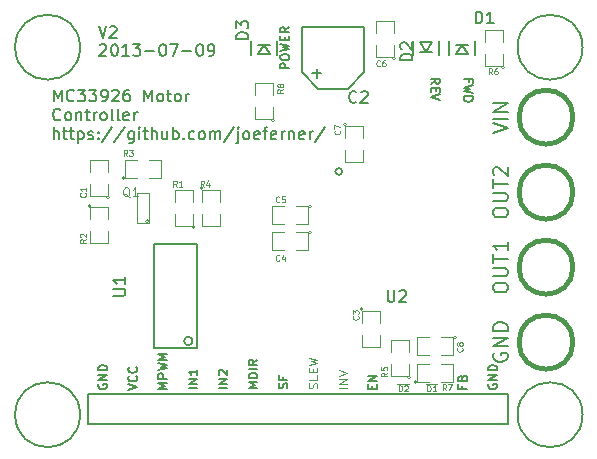
<source format=gto>
G04 (created by PCBNEW (2013-mar-13)-testing) date Tue 09 Jul 2013 08:38:35 AM EDT*
%MOIN*%
G04 Gerber Fmt 3.4, Leading zero omitted, Abs format*
%FSLAX34Y34*%
G01*
G70*
G90*
G04 APERTURE LIST*
%ADD10C,0.005906*%
%ADD11C,0.004921*%
%ADD12C,0.007874*%
%ADD13C,0.003900*%
%ADD14C,0.015000*%
%ADD15C,0.003100*%
%ADD16C,0.004300*%
%ADD17C,0.004700*%
G04 APERTURE END LIST*
G54D10*
G54D11*
X59383Y-58279D02*
X59088Y-58279D01*
X59383Y-58139D02*
X59088Y-58139D01*
X59383Y-57970D01*
X59088Y-57970D01*
X59088Y-57871D02*
X59383Y-57773D01*
X59088Y-57675D01*
X58369Y-58293D02*
X58383Y-58251D01*
X58383Y-58181D01*
X58369Y-58153D01*
X58355Y-58139D01*
X58327Y-58125D01*
X58299Y-58125D01*
X58271Y-58139D01*
X58257Y-58153D01*
X58242Y-58181D01*
X58228Y-58237D01*
X58214Y-58265D01*
X58200Y-58279D01*
X58172Y-58293D01*
X58144Y-58293D01*
X58116Y-58279D01*
X58102Y-58265D01*
X58088Y-58237D01*
X58088Y-58167D01*
X58102Y-58125D01*
X58383Y-57857D02*
X58383Y-57998D01*
X58088Y-57998D01*
X58228Y-57759D02*
X58228Y-57661D01*
X58383Y-57618D02*
X58383Y-57759D01*
X58088Y-57759D01*
X58088Y-57618D01*
X58088Y-57520D02*
X58383Y-57450D01*
X58172Y-57393D01*
X58383Y-57337D01*
X58088Y-57267D01*
G54D10*
X51090Y-58145D02*
X51076Y-58174D01*
X51076Y-58216D01*
X51090Y-58258D01*
X51118Y-58286D01*
X51146Y-58300D01*
X51202Y-58314D01*
X51244Y-58314D01*
X51301Y-58300D01*
X51329Y-58286D01*
X51357Y-58258D01*
X51371Y-58216D01*
X51371Y-58188D01*
X51357Y-58145D01*
X51343Y-58131D01*
X51244Y-58131D01*
X51244Y-58188D01*
X51371Y-58005D02*
X51076Y-58005D01*
X51371Y-57836D01*
X51076Y-57836D01*
X51371Y-57695D02*
X51076Y-57695D01*
X51076Y-57625D01*
X51090Y-57583D01*
X51118Y-57555D01*
X51146Y-57541D01*
X51202Y-57527D01*
X51244Y-57527D01*
X51301Y-57541D01*
X51329Y-57555D01*
X51357Y-57583D01*
X51371Y-57625D01*
X51371Y-57695D01*
X52076Y-58342D02*
X52371Y-58244D01*
X52076Y-58145D01*
X52343Y-57878D02*
X52357Y-57892D01*
X52371Y-57934D01*
X52371Y-57963D01*
X52357Y-58005D01*
X52329Y-58033D01*
X52301Y-58047D01*
X52244Y-58061D01*
X52202Y-58061D01*
X52146Y-58047D01*
X52118Y-58033D01*
X52090Y-58005D01*
X52076Y-57963D01*
X52076Y-57934D01*
X52090Y-57892D01*
X52104Y-57878D01*
X52343Y-57583D02*
X52357Y-57597D01*
X52371Y-57639D01*
X52371Y-57667D01*
X52357Y-57710D01*
X52329Y-57738D01*
X52301Y-57752D01*
X52244Y-57766D01*
X52202Y-57766D01*
X52146Y-57752D01*
X52118Y-57738D01*
X52090Y-57710D01*
X52076Y-57667D01*
X52076Y-57639D01*
X52090Y-57597D01*
X52104Y-57583D01*
X53371Y-58300D02*
X53076Y-58300D01*
X53287Y-58202D01*
X53076Y-58103D01*
X53371Y-58103D01*
X53371Y-57963D02*
X53076Y-57963D01*
X53076Y-57850D01*
X53090Y-57822D01*
X53104Y-57808D01*
X53132Y-57794D01*
X53174Y-57794D01*
X53202Y-57808D01*
X53216Y-57822D01*
X53230Y-57850D01*
X53230Y-57963D01*
X53076Y-57695D02*
X53371Y-57625D01*
X53160Y-57569D01*
X53371Y-57513D01*
X53076Y-57442D01*
X53371Y-57330D02*
X53076Y-57330D01*
X53287Y-57231D01*
X53076Y-57133D01*
X53371Y-57133D01*
X56383Y-58279D02*
X56088Y-58279D01*
X56299Y-58181D01*
X56088Y-58082D01*
X56383Y-58082D01*
X56383Y-57942D02*
X56088Y-57942D01*
X56088Y-57871D01*
X56102Y-57829D01*
X56130Y-57801D01*
X56158Y-57787D01*
X56214Y-57773D01*
X56257Y-57773D01*
X56313Y-57787D01*
X56341Y-57801D01*
X56369Y-57829D01*
X56383Y-57871D01*
X56383Y-57942D01*
X56383Y-57646D02*
X56088Y-57646D01*
X56383Y-57337D02*
X56242Y-57436D01*
X56383Y-57506D02*
X56088Y-57506D01*
X56088Y-57393D01*
X56102Y-57365D01*
X56116Y-57351D01*
X56144Y-57337D01*
X56186Y-57337D01*
X56214Y-57351D01*
X56228Y-57365D01*
X56242Y-57393D01*
X56242Y-57506D01*
X57369Y-58293D02*
X57383Y-58251D01*
X57383Y-58181D01*
X57369Y-58153D01*
X57355Y-58139D01*
X57327Y-58125D01*
X57299Y-58125D01*
X57271Y-58139D01*
X57257Y-58153D01*
X57242Y-58181D01*
X57228Y-58237D01*
X57214Y-58265D01*
X57200Y-58279D01*
X57172Y-58293D01*
X57144Y-58293D01*
X57116Y-58279D01*
X57102Y-58265D01*
X57088Y-58237D01*
X57088Y-58167D01*
X57102Y-58125D01*
X57228Y-57900D02*
X57228Y-57998D01*
X57383Y-57998D02*
X57088Y-57998D01*
X57088Y-57857D01*
X54383Y-58279D02*
X54088Y-58279D01*
X54383Y-58139D02*
X54088Y-58139D01*
X54383Y-57970D01*
X54088Y-57970D01*
X54383Y-57675D02*
X54383Y-57843D01*
X54383Y-57759D02*
X54088Y-57759D01*
X54130Y-57787D01*
X54158Y-57815D01*
X54172Y-57843D01*
X55383Y-58279D02*
X55088Y-58279D01*
X55383Y-58139D02*
X55088Y-58139D01*
X55383Y-57970D01*
X55088Y-57970D01*
X55116Y-57843D02*
X55102Y-57829D01*
X55088Y-57801D01*
X55088Y-57731D01*
X55102Y-57703D01*
X55116Y-57689D01*
X55144Y-57675D01*
X55172Y-57675D01*
X55214Y-57689D01*
X55383Y-57857D01*
X55383Y-57675D01*
G54D11*
X61096Y-58389D02*
X61096Y-58192D01*
X61143Y-58192D01*
X61171Y-58201D01*
X61190Y-58220D01*
X61199Y-58239D01*
X61209Y-58276D01*
X61209Y-58304D01*
X61199Y-58342D01*
X61190Y-58360D01*
X61171Y-58379D01*
X61143Y-58389D01*
X61096Y-58389D01*
X61284Y-58210D02*
X61293Y-58201D01*
X61312Y-58192D01*
X61359Y-58192D01*
X61378Y-58201D01*
X61387Y-58210D01*
X61396Y-58229D01*
X61396Y-58248D01*
X61387Y-58276D01*
X61274Y-58389D01*
X61396Y-58389D01*
X61050Y-58158D02*
X61434Y-58158D01*
X62046Y-58389D02*
X62046Y-58192D01*
X62093Y-58192D01*
X62121Y-58201D01*
X62140Y-58220D01*
X62149Y-58239D01*
X62159Y-58276D01*
X62159Y-58304D01*
X62149Y-58342D01*
X62140Y-58360D01*
X62121Y-58379D01*
X62093Y-58389D01*
X62046Y-58389D01*
X62346Y-58389D02*
X62234Y-58389D01*
X62290Y-58389D02*
X62290Y-58192D01*
X62271Y-58220D01*
X62253Y-58239D01*
X62234Y-58248D01*
X62000Y-58158D02*
X62384Y-58158D01*
G54D10*
X60216Y-58300D02*
X60216Y-58202D01*
X60371Y-58159D02*
X60371Y-58300D01*
X60076Y-58300D01*
X60076Y-58159D01*
X60371Y-58033D02*
X60076Y-58033D01*
X60371Y-57864D01*
X60076Y-57864D01*
X63216Y-58202D02*
X63216Y-58300D01*
X63371Y-58300D02*
X63076Y-58300D01*
X63076Y-58159D01*
X63216Y-57949D02*
X63230Y-57906D01*
X63244Y-57892D01*
X63272Y-57878D01*
X63315Y-57878D01*
X63343Y-57892D01*
X63357Y-57906D01*
X63371Y-57934D01*
X63371Y-58047D01*
X63076Y-58047D01*
X63076Y-57949D01*
X63090Y-57920D01*
X63104Y-57906D01*
X63132Y-57892D01*
X63160Y-57892D01*
X63188Y-57906D01*
X63202Y-57920D01*
X63216Y-57949D01*
X63216Y-58047D01*
X64090Y-58145D02*
X64076Y-58174D01*
X64076Y-58216D01*
X64090Y-58258D01*
X64118Y-58286D01*
X64146Y-58300D01*
X64202Y-58314D01*
X64244Y-58314D01*
X64301Y-58300D01*
X64329Y-58286D01*
X64357Y-58258D01*
X64371Y-58216D01*
X64371Y-58188D01*
X64357Y-58145D01*
X64343Y-58131D01*
X64244Y-58131D01*
X64244Y-58188D01*
X64371Y-58005D02*
X64076Y-58005D01*
X64371Y-57836D01*
X64076Y-57836D01*
X64371Y-57695D02*
X64076Y-57695D01*
X64076Y-57625D01*
X64090Y-57583D01*
X64118Y-57555D01*
X64146Y-57541D01*
X64202Y-57527D01*
X64244Y-57527D01*
X64301Y-57541D01*
X64329Y-57555D01*
X64357Y-57583D01*
X64371Y-57625D01*
X64371Y-57695D01*
G54D12*
X64230Y-52476D02*
X64230Y-52382D01*
X64253Y-52335D01*
X64300Y-52288D01*
X64394Y-52265D01*
X64558Y-52265D01*
X64652Y-52288D01*
X64699Y-52335D01*
X64722Y-52382D01*
X64722Y-52476D01*
X64699Y-52523D01*
X64652Y-52570D01*
X64558Y-52593D01*
X64394Y-52593D01*
X64300Y-52570D01*
X64253Y-52523D01*
X64230Y-52476D01*
X64230Y-52054D02*
X64628Y-52054D01*
X64675Y-52031D01*
X64699Y-52007D01*
X64722Y-51960D01*
X64722Y-51867D01*
X64699Y-51820D01*
X64675Y-51796D01*
X64628Y-51773D01*
X64230Y-51773D01*
X64230Y-51609D02*
X64230Y-51328D01*
X64722Y-51468D02*
X64230Y-51468D01*
X64277Y-51187D02*
X64253Y-51164D01*
X64230Y-51117D01*
X64230Y-51000D01*
X64253Y-50953D01*
X64277Y-50929D01*
X64324Y-50906D01*
X64371Y-50906D01*
X64441Y-50929D01*
X64722Y-51211D01*
X64722Y-50906D01*
X64253Y-57124D02*
X64230Y-57171D01*
X64230Y-57242D01*
X64253Y-57312D01*
X64300Y-57359D01*
X64347Y-57382D01*
X64441Y-57406D01*
X64511Y-57406D01*
X64605Y-57382D01*
X64652Y-57359D01*
X64699Y-57312D01*
X64722Y-57242D01*
X64722Y-57195D01*
X64699Y-57124D01*
X64675Y-57101D01*
X64511Y-57101D01*
X64511Y-57195D01*
X64722Y-56890D02*
X64230Y-56890D01*
X64722Y-56609D01*
X64230Y-56609D01*
X64722Y-56375D02*
X64230Y-56375D01*
X64230Y-56257D01*
X64253Y-56187D01*
X64300Y-56140D01*
X64347Y-56117D01*
X64441Y-56093D01*
X64511Y-56093D01*
X64605Y-56117D01*
X64652Y-56140D01*
X64699Y-56187D01*
X64722Y-56257D01*
X64722Y-56375D01*
X64230Y-54976D02*
X64230Y-54882D01*
X64253Y-54835D01*
X64300Y-54788D01*
X64394Y-54765D01*
X64558Y-54765D01*
X64652Y-54788D01*
X64699Y-54835D01*
X64722Y-54882D01*
X64722Y-54976D01*
X64699Y-55023D01*
X64652Y-55070D01*
X64558Y-55093D01*
X64394Y-55093D01*
X64300Y-55070D01*
X64253Y-55023D01*
X64230Y-54976D01*
X64230Y-54554D02*
X64628Y-54554D01*
X64675Y-54531D01*
X64699Y-54507D01*
X64722Y-54460D01*
X64722Y-54367D01*
X64699Y-54320D01*
X64675Y-54296D01*
X64628Y-54273D01*
X64230Y-54273D01*
X64230Y-54109D02*
X64230Y-53828D01*
X64722Y-53968D02*
X64230Y-53968D01*
X64722Y-53406D02*
X64722Y-53687D01*
X64722Y-53546D02*
X64230Y-53546D01*
X64300Y-53593D01*
X64347Y-53640D01*
X64371Y-53687D01*
X64230Y-49788D02*
X64722Y-49624D01*
X64230Y-49460D01*
X64722Y-49296D02*
X64230Y-49296D01*
X64722Y-49062D02*
X64230Y-49062D01*
X64722Y-48781D01*
X64230Y-48781D01*
G54D10*
X63421Y-48068D02*
X63421Y-47970D01*
X63266Y-47970D02*
X63561Y-47970D01*
X63561Y-48110D01*
X63561Y-48195D02*
X63266Y-48265D01*
X63477Y-48321D01*
X63266Y-48378D01*
X63561Y-48448D01*
X63266Y-48560D02*
X63561Y-48560D01*
X63561Y-48631D01*
X63547Y-48673D01*
X63519Y-48701D01*
X63491Y-48715D01*
X63435Y-48729D01*
X63392Y-48729D01*
X63336Y-48715D01*
X63308Y-48701D01*
X63280Y-48673D01*
X63266Y-48631D01*
X63266Y-48560D01*
X62166Y-48139D02*
X62307Y-48040D01*
X62166Y-47970D02*
X62461Y-47970D01*
X62461Y-48082D01*
X62447Y-48110D01*
X62433Y-48124D01*
X62405Y-48139D01*
X62363Y-48139D01*
X62335Y-48124D01*
X62321Y-48110D01*
X62307Y-48082D01*
X62307Y-47970D01*
X62321Y-48265D02*
X62321Y-48364D01*
X62166Y-48406D02*
X62166Y-48265D01*
X62461Y-48265D01*
X62461Y-48406D01*
X62461Y-48490D02*
X62166Y-48588D01*
X62461Y-48687D01*
X57444Y-47626D02*
X57149Y-47626D01*
X57149Y-47514D01*
X57163Y-47485D01*
X57177Y-47471D01*
X57205Y-47457D01*
X57247Y-47457D01*
X57275Y-47471D01*
X57289Y-47485D01*
X57303Y-47514D01*
X57303Y-47626D01*
X57149Y-47275D02*
X57149Y-47218D01*
X57163Y-47190D01*
X57191Y-47162D01*
X57247Y-47148D01*
X57346Y-47148D01*
X57402Y-47162D01*
X57430Y-47190D01*
X57444Y-47218D01*
X57444Y-47275D01*
X57430Y-47303D01*
X57402Y-47331D01*
X57346Y-47345D01*
X57247Y-47345D01*
X57191Y-47331D01*
X57163Y-47303D01*
X57149Y-47275D01*
X57149Y-47050D02*
X57444Y-46979D01*
X57233Y-46923D01*
X57444Y-46867D01*
X57149Y-46796D01*
X57289Y-46684D02*
X57289Y-46586D01*
X57444Y-46543D02*
X57444Y-46684D01*
X57149Y-46684D01*
X57149Y-46543D01*
X57444Y-46248D02*
X57303Y-46347D01*
X57444Y-46417D02*
X57149Y-46417D01*
X57149Y-46304D01*
X57163Y-46276D01*
X57177Y-46262D01*
X57205Y-46248D01*
X57247Y-46248D01*
X57275Y-46262D01*
X57289Y-46276D01*
X57303Y-46304D01*
X57303Y-46417D01*
G54D12*
X49593Y-48728D02*
X49593Y-48334D01*
X49724Y-48615D01*
X49856Y-48334D01*
X49856Y-48728D01*
X50268Y-48690D02*
X50249Y-48709D01*
X50193Y-48728D01*
X50156Y-48728D01*
X50099Y-48709D01*
X50062Y-48671D01*
X50043Y-48634D01*
X50024Y-48559D01*
X50024Y-48503D01*
X50043Y-48428D01*
X50062Y-48390D01*
X50099Y-48353D01*
X50156Y-48334D01*
X50193Y-48334D01*
X50249Y-48353D01*
X50268Y-48371D01*
X50399Y-48334D02*
X50643Y-48334D01*
X50512Y-48484D01*
X50568Y-48484D01*
X50606Y-48503D01*
X50624Y-48521D01*
X50643Y-48559D01*
X50643Y-48653D01*
X50624Y-48690D01*
X50606Y-48709D01*
X50568Y-48728D01*
X50456Y-48728D01*
X50418Y-48709D01*
X50399Y-48690D01*
X50774Y-48334D02*
X51018Y-48334D01*
X50887Y-48484D01*
X50943Y-48484D01*
X50981Y-48503D01*
X50999Y-48521D01*
X51018Y-48559D01*
X51018Y-48653D01*
X50999Y-48690D01*
X50981Y-48709D01*
X50943Y-48728D01*
X50831Y-48728D01*
X50793Y-48709D01*
X50774Y-48690D01*
X51206Y-48728D02*
X51281Y-48728D01*
X51318Y-48709D01*
X51337Y-48690D01*
X51374Y-48634D01*
X51393Y-48559D01*
X51393Y-48409D01*
X51374Y-48371D01*
X51356Y-48353D01*
X51318Y-48334D01*
X51243Y-48334D01*
X51206Y-48353D01*
X51187Y-48371D01*
X51168Y-48409D01*
X51168Y-48503D01*
X51187Y-48540D01*
X51206Y-48559D01*
X51243Y-48578D01*
X51318Y-48578D01*
X51356Y-48559D01*
X51374Y-48540D01*
X51393Y-48503D01*
X51543Y-48371D02*
X51562Y-48353D01*
X51599Y-48334D01*
X51693Y-48334D01*
X51730Y-48353D01*
X51749Y-48371D01*
X51768Y-48409D01*
X51768Y-48446D01*
X51749Y-48503D01*
X51524Y-48728D01*
X51768Y-48728D01*
X52105Y-48334D02*
X52030Y-48334D01*
X51993Y-48353D01*
X51974Y-48371D01*
X51937Y-48428D01*
X51918Y-48503D01*
X51918Y-48653D01*
X51937Y-48690D01*
X51955Y-48709D01*
X51993Y-48728D01*
X52068Y-48728D01*
X52105Y-48709D01*
X52124Y-48690D01*
X52143Y-48653D01*
X52143Y-48559D01*
X52124Y-48521D01*
X52105Y-48503D01*
X52068Y-48484D01*
X51993Y-48484D01*
X51955Y-48503D01*
X51937Y-48521D01*
X51918Y-48559D01*
X52612Y-48728D02*
X52612Y-48334D01*
X52743Y-48615D01*
X52874Y-48334D01*
X52874Y-48728D01*
X53118Y-48728D02*
X53080Y-48709D01*
X53062Y-48690D01*
X53043Y-48653D01*
X53043Y-48540D01*
X53062Y-48503D01*
X53080Y-48484D01*
X53118Y-48465D01*
X53174Y-48465D01*
X53212Y-48484D01*
X53230Y-48503D01*
X53249Y-48540D01*
X53249Y-48653D01*
X53230Y-48690D01*
X53212Y-48709D01*
X53174Y-48728D01*
X53118Y-48728D01*
X53362Y-48465D02*
X53511Y-48465D01*
X53418Y-48334D02*
X53418Y-48671D01*
X53437Y-48709D01*
X53474Y-48728D01*
X53511Y-48728D01*
X53699Y-48728D02*
X53661Y-48709D01*
X53643Y-48690D01*
X53624Y-48653D01*
X53624Y-48540D01*
X53643Y-48503D01*
X53661Y-48484D01*
X53699Y-48465D01*
X53755Y-48465D01*
X53793Y-48484D01*
X53811Y-48503D01*
X53830Y-48540D01*
X53830Y-48653D01*
X53811Y-48690D01*
X53793Y-48709D01*
X53755Y-48728D01*
X53699Y-48728D01*
X53999Y-48728D02*
X53999Y-48465D01*
X53999Y-48540D02*
X54018Y-48503D01*
X54036Y-48484D01*
X54074Y-48465D01*
X54111Y-48465D01*
X49818Y-49320D02*
X49799Y-49339D01*
X49743Y-49358D01*
X49706Y-49358D01*
X49649Y-49339D01*
X49612Y-49301D01*
X49593Y-49264D01*
X49574Y-49189D01*
X49574Y-49133D01*
X49593Y-49058D01*
X49612Y-49020D01*
X49649Y-48983D01*
X49706Y-48964D01*
X49743Y-48964D01*
X49799Y-48983D01*
X49818Y-49001D01*
X50043Y-49358D02*
X50006Y-49339D01*
X49987Y-49320D01*
X49968Y-49283D01*
X49968Y-49170D01*
X49987Y-49133D01*
X50006Y-49114D01*
X50043Y-49095D01*
X50099Y-49095D01*
X50137Y-49114D01*
X50156Y-49133D01*
X50174Y-49170D01*
X50174Y-49283D01*
X50156Y-49320D01*
X50137Y-49339D01*
X50099Y-49358D01*
X50043Y-49358D01*
X50343Y-49095D02*
X50343Y-49358D01*
X50343Y-49133D02*
X50362Y-49114D01*
X50399Y-49095D01*
X50456Y-49095D01*
X50493Y-49114D01*
X50512Y-49151D01*
X50512Y-49358D01*
X50643Y-49095D02*
X50793Y-49095D01*
X50699Y-48964D02*
X50699Y-49301D01*
X50718Y-49339D01*
X50756Y-49358D01*
X50793Y-49358D01*
X50924Y-49358D02*
X50924Y-49095D01*
X50924Y-49170D02*
X50943Y-49133D01*
X50962Y-49114D01*
X50999Y-49095D01*
X51037Y-49095D01*
X51224Y-49358D02*
X51187Y-49339D01*
X51168Y-49320D01*
X51149Y-49283D01*
X51149Y-49170D01*
X51168Y-49133D01*
X51187Y-49114D01*
X51224Y-49095D01*
X51281Y-49095D01*
X51318Y-49114D01*
X51337Y-49133D01*
X51356Y-49170D01*
X51356Y-49283D01*
X51337Y-49320D01*
X51318Y-49339D01*
X51281Y-49358D01*
X51224Y-49358D01*
X51580Y-49358D02*
X51543Y-49339D01*
X51524Y-49301D01*
X51524Y-48964D01*
X51787Y-49358D02*
X51749Y-49339D01*
X51730Y-49301D01*
X51730Y-48964D01*
X52087Y-49339D02*
X52049Y-49358D01*
X51974Y-49358D01*
X51937Y-49339D01*
X51918Y-49301D01*
X51918Y-49151D01*
X51937Y-49114D01*
X51974Y-49095D01*
X52049Y-49095D01*
X52087Y-49114D01*
X52105Y-49151D01*
X52105Y-49189D01*
X51918Y-49226D01*
X52274Y-49358D02*
X52274Y-49095D01*
X52274Y-49170D02*
X52293Y-49133D01*
X52312Y-49114D01*
X52349Y-49095D01*
X52387Y-49095D01*
X49593Y-49987D02*
X49593Y-49594D01*
X49762Y-49987D02*
X49762Y-49781D01*
X49743Y-49744D01*
X49706Y-49725D01*
X49649Y-49725D01*
X49612Y-49744D01*
X49593Y-49762D01*
X49893Y-49725D02*
X50043Y-49725D01*
X49949Y-49594D02*
X49949Y-49931D01*
X49968Y-49969D01*
X50006Y-49987D01*
X50043Y-49987D01*
X50118Y-49725D02*
X50268Y-49725D01*
X50174Y-49594D02*
X50174Y-49931D01*
X50193Y-49969D01*
X50231Y-49987D01*
X50268Y-49987D01*
X50399Y-49725D02*
X50399Y-50119D01*
X50399Y-49744D02*
X50437Y-49725D01*
X50512Y-49725D01*
X50549Y-49744D01*
X50568Y-49762D01*
X50587Y-49800D01*
X50587Y-49912D01*
X50568Y-49950D01*
X50549Y-49969D01*
X50512Y-49987D01*
X50437Y-49987D01*
X50399Y-49969D01*
X50737Y-49969D02*
X50774Y-49987D01*
X50849Y-49987D01*
X50887Y-49969D01*
X50906Y-49931D01*
X50906Y-49912D01*
X50887Y-49875D01*
X50849Y-49856D01*
X50793Y-49856D01*
X50756Y-49837D01*
X50737Y-49800D01*
X50737Y-49781D01*
X50756Y-49744D01*
X50793Y-49725D01*
X50849Y-49725D01*
X50887Y-49744D01*
X51074Y-49950D02*
X51093Y-49969D01*
X51074Y-49987D01*
X51056Y-49969D01*
X51074Y-49950D01*
X51074Y-49987D01*
X51074Y-49744D02*
X51093Y-49762D01*
X51074Y-49781D01*
X51056Y-49762D01*
X51074Y-49744D01*
X51074Y-49781D01*
X51543Y-49575D02*
X51206Y-50081D01*
X51955Y-49575D02*
X51618Y-50081D01*
X52255Y-49725D02*
X52255Y-50044D01*
X52237Y-50081D01*
X52218Y-50100D01*
X52180Y-50119D01*
X52124Y-50119D01*
X52087Y-50100D01*
X52255Y-49969D02*
X52218Y-49987D01*
X52143Y-49987D01*
X52105Y-49969D01*
X52087Y-49950D01*
X52068Y-49912D01*
X52068Y-49800D01*
X52087Y-49762D01*
X52105Y-49744D01*
X52143Y-49725D01*
X52218Y-49725D01*
X52255Y-49744D01*
X52443Y-49987D02*
X52443Y-49725D01*
X52443Y-49594D02*
X52424Y-49612D01*
X52443Y-49631D01*
X52462Y-49612D01*
X52443Y-49594D01*
X52443Y-49631D01*
X52574Y-49725D02*
X52724Y-49725D01*
X52630Y-49594D02*
X52630Y-49931D01*
X52649Y-49969D01*
X52687Y-49987D01*
X52724Y-49987D01*
X52855Y-49987D02*
X52855Y-49594D01*
X53024Y-49987D02*
X53024Y-49781D01*
X53005Y-49744D01*
X52968Y-49725D01*
X52912Y-49725D01*
X52874Y-49744D01*
X52855Y-49762D01*
X53380Y-49725D02*
X53380Y-49987D01*
X53212Y-49725D02*
X53212Y-49931D01*
X53230Y-49969D01*
X53268Y-49987D01*
X53324Y-49987D01*
X53362Y-49969D01*
X53380Y-49950D01*
X53568Y-49987D02*
X53568Y-49594D01*
X53568Y-49744D02*
X53605Y-49725D01*
X53680Y-49725D01*
X53718Y-49744D01*
X53736Y-49762D01*
X53755Y-49800D01*
X53755Y-49912D01*
X53736Y-49950D01*
X53718Y-49969D01*
X53680Y-49987D01*
X53605Y-49987D01*
X53568Y-49969D01*
X53924Y-49950D02*
X53943Y-49969D01*
X53924Y-49987D01*
X53905Y-49969D01*
X53924Y-49950D01*
X53924Y-49987D01*
X54280Y-49969D02*
X54243Y-49987D01*
X54168Y-49987D01*
X54130Y-49969D01*
X54111Y-49950D01*
X54093Y-49912D01*
X54093Y-49800D01*
X54111Y-49762D01*
X54130Y-49744D01*
X54168Y-49725D01*
X54243Y-49725D01*
X54280Y-49744D01*
X54505Y-49987D02*
X54468Y-49969D01*
X54449Y-49950D01*
X54430Y-49912D01*
X54430Y-49800D01*
X54449Y-49762D01*
X54468Y-49744D01*
X54505Y-49725D01*
X54561Y-49725D01*
X54599Y-49744D01*
X54618Y-49762D01*
X54636Y-49800D01*
X54636Y-49912D01*
X54618Y-49950D01*
X54599Y-49969D01*
X54561Y-49987D01*
X54505Y-49987D01*
X54805Y-49987D02*
X54805Y-49725D01*
X54805Y-49762D02*
X54824Y-49744D01*
X54861Y-49725D01*
X54918Y-49725D01*
X54955Y-49744D01*
X54974Y-49781D01*
X54974Y-49987D01*
X54974Y-49781D02*
X54993Y-49744D01*
X55030Y-49725D01*
X55086Y-49725D01*
X55124Y-49744D01*
X55143Y-49781D01*
X55143Y-49987D01*
X55611Y-49575D02*
X55274Y-50081D01*
X55742Y-49725D02*
X55742Y-50062D01*
X55724Y-50100D01*
X55686Y-50119D01*
X55667Y-50119D01*
X55742Y-49594D02*
X55724Y-49612D01*
X55742Y-49631D01*
X55761Y-49612D01*
X55742Y-49594D01*
X55742Y-49631D01*
X55986Y-49987D02*
X55949Y-49969D01*
X55930Y-49950D01*
X55911Y-49912D01*
X55911Y-49800D01*
X55930Y-49762D01*
X55949Y-49744D01*
X55986Y-49725D01*
X56042Y-49725D01*
X56080Y-49744D01*
X56099Y-49762D01*
X56117Y-49800D01*
X56117Y-49912D01*
X56099Y-49950D01*
X56080Y-49969D01*
X56042Y-49987D01*
X55986Y-49987D01*
X56436Y-49969D02*
X56399Y-49987D01*
X56324Y-49987D01*
X56286Y-49969D01*
X56267Y-49931D01*
X56267Y-49781D01*
X56286Y-49744D01*
X56324Y-49725D01*
X56399Y-49725D01*
X56436Y-49744D01*
X56455Y-49781D01*
X56455Y-49819D01*
X56267Y-49856D01*
X56567Y-49725D02*
X56717Y-49725D01*
X56624Y-49987D02*
X56624Y-49650D01*
X56642Y-49612D01*
X56680Y-49594D01*
X56717Y-49594D01*
X56999Y-49969D02*
X56961Y-49987D01*
X56886Y-49987D01*
X56849Y-49969D01*
X56830Y-49931D01*
X56830Y-49781D01*
X56849Y-49744D01*
X56886Y-49725D01*
X56961Y-49725D01*
X56999Y-49744D01*
X57017Y-49781D01*
X57017Y-49819D01*
X56830Y-49856D01*
X57186Y-49987D02*
X57186Y-49725D01*
X57186Y-49800D02*
X57205Y-49762D01*
X57224Y-49744D01*
X57261Y-49725D01*
X57299Y-49725D01*
X57430Y-49725D02*
X57430Y-49987D01*
X57430Y-49762D02*
X57449Y-49744D01*
X57486Y-49725D01*
X57542Y-49725D01*
X57580Y-49744D01*
X57598Y-49781D01*
X57598Y-49987D01*
X57936Y-49969D02*
X57898Y-49987D01*
X57823Y-49987D01*
X57786Y-49969D01*
X57767Y-49931D01*
X57767Y-49781D01*
X57786Y-49744D01*
X57823Y-49725D01*
X57898Y-49725D01*
X57936Y-49744D01*
X57955Y-49781D01*
X57955Y-49819D01*
X57767Y-49856D01*
X58123Y-49987D02*
X58123Y-49725D01*
X58123Y-49800D02*
X58142Y-49762D01*
X58161Y-49744D01*
X58198Y-49725D01*
X58236Y-49725D01*
X58648Y-49575D02*
X58311Y-50081D01*
X51126Y-46849D02*
X51144Y-46830D01*
X51182Y-46811D01*
X51276Y-46811D01*
X51313Y-46830D01*
X51332Y-46849D01*
X51351Y-46886D01*
X51351Y-46924D01*
X51332Y-46980D01*
X51107Y-47205D01*
X51351Y-47205D01*
X51594Y-46811D02*
X51632Y-46811D01*
X51669Y-46830D01*
X51688Y-46849D01*
X51707Y-46886D01*
X51726Y-46961D01*
X51726Y-47055D01*
X51707Y-47130D01*
X51688Y-47168D01*
X51669Y-47186D01*
X51632Y-47205D01*
X51594Y-47205D01*
X51557Y-47186D01*
X51538Y-47168D01*
X51519Y-47130D01*
X51501Y-47055D01*
X51501Y-46961D01*
X51519Y-46886D01*
X51538Y-46849D01*
X51557Y-46830D01*
X51594Y-46811D01*
X52101Y-47205D02*
X51876Y-47205D01*
X51988Y-47205D02*
X51988Y-46811D01*
X51951Y-46868D01*
X51913Y-46905D01*
X51876Y-46924D01*
X52232Y-46811D02*
X52476Y-46811D01*
X52344Y-46961D01*
X52401Y-46961D01*
X52438Y-46980D01*
X52457Y-46999D01*
X52476Y-47036D01*
X52476Y-47130D01*
X52457Y-47168D01*
X52438Y-47186D01*
X52401Y-47205D01*
X52288Y-47205D01*
X52251Y-47186D01*
X52232Y-47168D01*
X52644Y-47055D02*
X52944Y-47055D01*
X53207Y-46811D02*
X53244Y-46811D01*
X53282Y-46830D01*
X53300Y-46849D01*
X53319Y-46886D01*
X53338Y-46961D01*
X53338Y-47055D01*
X53319Y-47130D01*
X53300Y-47168D01*
X53282Y-47186D01*
X53244Y-47205D01*
X53207Y-47205D01*
X53169Y-47186D01*
X53150Y-47168D01*
X53132Y-47130D01*
X53113Y-47055D01*
X53113Y-46961D01*
X53132Y-46886D01*
X53150Y-46849D01*
X53169Y-46830D01*
X53207Y-46811D01*
X53469Y-46811D02*
X53732Y-46811D01*
X53563Y-47205D01*
X53882Y-47055D02*
X54182Y-47055D01*
X54444Y-46811D02*
X54482Y-46811D01*
X54519Y-46830D01*
X54538Y-46849D01*
X54556Y-46886D01*
X54575Y-46961D01*
X54575Y-47055D01*
X54556Y-47130D01*
X54538Y-47168D01*
X54519Y-47186D01*
X54482Y-47205D01*
X54444Y-47205D01*
X54407Y-47186D01*
X54388Y-47168D01*
X54369Y-47130D01*
X54350Y-47055D01*
X54350Y-46961D01*
X54369Y-46886D01*
X54388Y-46849D01*
X54407Y-46830D01*
X54444Y-46811D01*
X54763Y-47205D02*
X54838Y-47205D01*
X54875Y-47186D01*
X54894Y-47168D01*
X54931Y-47111D01*
X54950Y-47036D01*
X54950Y-46886D01*
X54931Y-46849D01*
X54913Y-46830D01*
X54875Y-46811D01*
X54800Y-46811D01*
X54763Y-46830D01*
X54744Y-46849D01*
X54725Y-46886D01*
X54725Y-46980D01*
X54744Y-47018D01*
X54763Y-47036D01*
X54800Y-47055D01*
X54875Y-47055D01*
X54913Y-47036D01*
X54931Y-47018D01*
X54950Y-46980D01*
X51088Y-46221D02*
X51219Y-46615D01*
X51351Y-46221D01*
X51463Y-46258D02*
X51482Y-46240D01*
X51519Y-46221D01*
X51613Y-46221D01*
X51651Y-46240D01*
X51669Y-46258D01*
X51688Y-46296D01*
X51688Y-46333D01*
X51669Y-46390D01*
X51444Y-46615D01*
X51688Y-46615D01*
G54D13*
X51440Y-51929D02*
G75*
G03X51440Y-51929I-50J0D01*
G74*
G01*
X51390Y-51479D02*
X51390Y-51879D01*
X51390Y-51879D02*
X50790Y-51879D01*
X50790Y-51879D02*
X50790Y-51479D01*
X50790Y-51079D02*
X50790Y-50679D01*
X50790Y-50679D02*
X51390Y-50679D01*
X51390Y-50679D02*
X51390Y-51079D01*
X59907Y-55649D02*
G75*
G03X59907Y-55649I-50J0D01*
G74*
G01*
X59857Y-56099D02*
X59857Y-55699D01*
X59857Y-55699D02*
X60457Y-55699D01*
X60457Y-55699D02*
X60457Y-56099D01*
X60457Y-56499D02*
X60457Y-56899D01*
X60457Y-56899D02*
X59857Y-56899D01*
X59857Y-56899D02*
X59857Y-56499D01*
X58180Y-53085D02*
G75*
G03X58180Y-53085I-50J0D01*
G74*
G01*
X57680Y-53085D02*
X58080Y-53085D01*
X58080Y-53085D02*
X58080Y-53685D01*
X58080Y-53685D02*
X57680Y-53685D01*
X57280Y-53685D02*
X56880Y-53685D01*
X56880Y-53685D02*
X56880Y-53085D01*
X56880Y-53085D02*
X57280Y-53085D01*
X58180Y-52219D02*
G75*
G03X58180Y-52219I-50J0D01*
G74*
G01*
X57680Y-52219D02*
X58080Y-52219D01*
X58080Y-52219D02*
X58080Y-52819D01*
X58080Y-52819D02*
X57680Y-52819D01*
X57280Y-52819D02*
X56880Y-52819D01*
X56880Y-52819D02*
X56880Y-52219D01*
X56880Y-52219D02*
X57280Y-52219D01*
X60987Y-47303D02*
G75*
G03X60987Y-47303I-50J0D01*
G74*
G01*
X60937Y-46853D02*
X60937Y-47253D01*
X60937Y-47253D02*
X60337Y-47253D01*
X60337Y-47253D02*
X60337Y-46853D01*
X60337Y-46453D02*
X60337Y-46053D01*
X60337Y-46053D02*
X60937Y-46053D01*
X60937Y-46053D02*
X60937Y-46453D01*
X59356Y-49507D02*
G75*
G03X59356Y-49507I-50J0D01*
G74*
G01*
X59306Y-49957D02*
X59306Y-49557D01*
X59306Y-49557D02*
X59906Y-49557D01*
X59906Y-49557D02*
X59906Y-49957D01*
X59906Y-50357D02*
X59906Y-50757D01*
X59906Y-50757D02*
X59306Y-50757D01*
X59306Y-50757D02*
X59306Y-50357D01*
X63011Y-56589D02*
G75*
G03X63011Y-56589I-50J0D01*
G74*
G01*
X62511Y-56589D02*
X62911Y-56589D01*
X62911Y-56589D02*
X62911Y-57189D01*
X62911Y-57189D02*
X62511Y-57189D01*
X62111Y-57189D02*
X61711Y-57189D01*
X61711Y-57189D02*
X61711Y-56589D01*
X61711Y-56589D02*
X62111Y-56589D01*
G54D10*
X63000Y-46830D02*
X63393Y-46830D01*
X63000Y-47145D02*
X63393Y-47145D01*
X63393Y-47145D02*
X63196Y-46830D01*
X63196Y-46830D02*
X63000Y-47145D01*
X63629Y-47185D02*
X63629Y-46712D01*
X62763Y-47185D02*
X62763Y-46712D01*
X62212Y-47066D02*
X61818Y-47066D01*
X62212Y-46751D02*
X61818Y-46751D01*
X61818Y-46751D02*
X62015Y-47066D01*
X62015Y-47066D02*
X62212Y-46751D01*
X61582Y-46712D02*
X61582Y-47185D01*
X62448Y-46712D02*
X62448Y-47185D01*
X56405Y-46830D02*
X56799Y-46830D01*
X56405Y-47145D02*
X56799Y-47145D01*
X56799Y-47145D02*
X56602Y-46830D01*
X56602Y-46830D02*
X56405Y-47145D01*
X57035Y-47185D02*
X57035Y-46712D01*
X56169Y-47185D02*
X56169Y-46712D01*
X50737Y-58469D02*
X64737Y-58469D01*
X64737Y-58469D02*
X64737Y-59469D01*
X64737Y-59469D02*
X50737Y-59469D01*
X50737Y-59469D02*
X50737Y-58469D01*
X67220Y-59169D02*
G75*
G03X67220Y-59169I-1082J0D01*
G74*
G01*
X50470Y-46919D02*
G75*
G03X50470Y-46919I-1082J0D01*
G74*
G01*
X50470Y-59169D02*
G75*
G03X50470Y-59169I-1082J0D01*
G74*
G01*
X67220Y-46919D02*
G75*
G03X67220Y-46919I-1082J0D01*
G74*
G01*
G54D14*
X66900Y-49250D02*
G75*
G03X66900Y-49250I-900J0D01*
G74*
G01*
X66900Y-54250D02*
G75*
G03X66900Y-54250I-900J0D01*
G74*
G01*
X66900Y-51750D02*
G75*
G03X66900Y-51750I-900J0D01*
G74*
G01*
X66900Y-56750D02*
G75*
G03X66900Y-56750I-900J0D01*
G74*
G01*
G54D15*
X52767Y-52726D02*
G75*
G03X52767Y-52726I-62J0D01*
G74*
G01*
X52366Y-51763D02*
X52766Y-51763D01*
X52366Y-52788D02*
X52766Y-52788D01*
X52766Y-51763D02*
X52766Y-52788D01*
X52366Y-52788D02*
X52366Y-51763D01*
G54D13*
X54294Y-52913D02*
G75*
G03X54294Y-52913I-50J0D01*
G74*
G01*
X54244Y-52463D02*
X54244Y-52863D01*
X54244Y-52863D02*
X53644Y-52863D01*
X53644Y-52863D02*
X53644Y-52463D01*
X53644Y-52063D02*
X53644Y-51663D01*
X53644Y-51663D02*
X54244Y-51663D01*
X54244Y-51663D02*
X54244Y-52063D01*
X50840Y-52204D02*
G75*
G03X50840Y-52204I-50J0D01*
G74*
G01*
X50790Y-52654D02*
X50790Y-52254D01*
X50790Y-52254D02*
X51390Y-52254D01*
X51390Y-52254D02*
X51390Y-52654D01*
X51390Y-53054D02*
X51390Y-53454D01*
X51390Y-53454D02*
X50790Y-53454D01*
X50790Y-53454D02*
X50790Y-53054D01*
X51966Y-51284D02*
G75*
G03X51966Y-51284I-50J0D01*
G74*
G01*
X52366Y-51284D02*
X51966Y-51284D01*
X51966Y-51284D02*
X51966Y-50684D01*
X51966Y-50684D02*
X52366Y-50684D01*
X52766Y-50684D02*
X53166Y-50684D01*
X53166Y-50684D02*
X53166Y-51284D01*
X53166Y-51284D02*
X52766Y-51284D01*
X54580Y-51613D02*
G75*
G03X54580Y-51613I-50J0D01*
G74*
G01*
X54530Y-52063D02*
X54530Y-51663D01*
X54530Y-51663D02*
X55130Y-51663D01*
X55130Y-51663D02*
X55130Y-52063D01*
X55130Y-52463D02*
X55130Y-52863D01*
X55130Y-52863D02*
X54530Y-52863D01*
X54530Y-52863D02*
X54530Y-52463D01*
X61479Y-57933D02*
G75*
G03X61479Y-57933I-50J0D01*
G74*
G01*
X61429Y-57483D02*
X61429Y-57883D01*
X61429Y-57883D02*
X60829Y-57883D01*
X60829Y-57883D02*
X60829Y-57483D01*
X60829Y-57083D02*
X60829Y-56683D01*
X60829Y-56683D02*
X61429Y-56683D01*
X61429Y-56683D02*
X61429Y-57083D01*
X64629Y-47598D02*
G75*
G03X64629Y-47598I-50J0D01*
G74*
G01*
X64579Y-47148D02*
X64579Y-47548D01*
X64579Y-47548D02*
X63979Y-47548D01*
X63979Y-47548D02*
X63979Y-47148D01*
X63979Y-46748D02*
X63979Y-46348D01*
X63979Y-46348D02*
X64579Y-46348D01*
X64579Y-46348D02*
X64579Y-46748D01*
X61711Y-58075D02*
G75*
G03X61711Y-58075I-50J0D01*
G74*
G01*
X62111Y-58075D02*
X61711Y-58075D01*
X61711Y-58075D02*
X61711Y-57475D01*
X61711Y-57475D02*
X62111Y-57475D01*
X62511Y-57475D02*
X62911Y-57475D01*
X62911Y-57475D02*
X62911Y-58075D01*
X62911Y-58075D02*
X62511Y-58075D01*
X56952Y-49370D02*
G75*
G03X56952Y-49370I-50J0D01*
G74*
G01*
X56902Y-48920D02*
X56902Y-49320D01*
X56902Y-49320D02*
X56302Y-49320D01*
X56302Y-49320D02*
X56302Y-48920D01*
X56302Y-48520D02*
X56302Y-48120D01*
X56302Y-48120D02*
X56902Y-48120D01*
X56902Y-48120D02*
X56902Y-48520D01*
G54D10*
X54224Y-56712D02*
G75*
G03X54224Y-56712I-141J0D01*
G74*
G01*
X52940Y-56938D02*
X52940Y-53494D01*
X52940Y-53494D02*
X54358Y-53494D01*
X54358Y-53494D02*
X54358Y-56938D01*
X54358Y-56938D02*
X52940Y-56938D01*
X59400Y-48307D02*
X59947Y-47760D01*
X57860Y-47760D02*
X58407Y-48307D01*
X58407Y-48307D02*
X59400Y-48307D01*
X59947Y-46260D02*
X59947Y-47760D01*
X57860Y-46260D02*
X57860Y-47760D01*
X57860Y-46260D02*
X59947Y-46260D01*
X59205Y-51062D02*
G75*
G03X59205Y-51062I-111J0D01*
G74*
G01*
G54D16*
X50649Y-51784D02*
X50658Y-51794D01*
X50667Y-51822D01*
X50667Y-51841D01*
X50658Y-51869D01*
X50639Y-51887D01*
X50620Y-51897D01*
X50583Y-51906D01*
X50555Y-51906D01*
X50517Y-51897D01*
X50499Y-51887D01*
X50480Y-51869D01*
X50470Y-51841D01*
X50470Y-51822D01*
X50480Y-51794D01*
X50489Y-51784D01*
X50667Y-51597D02*
X50667Y-51709D01*
X50667Y-51653D02*
X50470Y-51653D01*
X50499Y-51672D01*
X50517Y-51690D01*
X50527Y-51709D01*
X59735Y-55879D02*
X59745Y-55888D01*
X59754Y-55916D01*
X59754Y-55935D01*
X59745Y-55963D01*
X59726Y-55982D01*
X59707Y-55991D01*
X59670Y-56001D01*
X59641Y-56001D01*
X59604Y-55991D01*
X59585Y-55982D01*
X59566Y-55963D01*
X59557Y-55935D01*
X59557Y-55916D01*
X59566Y-55888D01*
X59576Y-55879D01*
X59557Y-55813D02*
X59557Y-55691D01*
X59632Y-55757D01*
X59632Y-55729D01*
X59641Y-55710D01*
X59651Y-55701D01*
X59670Y-55691D01*
X59716Y-55691D01*
X59735Y-55701D01*
X59745Y-55710D01*
X59754Y-55729D01*
X59754Y-55785D01*
X59745Y-55804D01*
X59735Y-55813D01*
X57117Y-54020D02*
X57107Y-54029D01*
X57079Y-54039D01*
X57060Y-54039D01*
X57032Y-54029D01*
X57013Y-54010D01*
X57004Y-53992D01*
X56995Y-53954D01*
X56995Y-53926D01*
X57004Y-53889D01*
X57013Y-53870D01*
X57032Y-53851D01*
X57060Y-53842D01*
X57079Y-53842D01*
X57107Y-53851D01*
X57117Y-53860D01*
X57286Y-53907D02*
X57286Y-54039D01*
X57239Y-53832D02*
X57192Y-53973D01*
X57314Y-53973D01*
X57117Y-52070D02*
X57107Y-52079D01*
X57079Y-52089D01*
X57060Y-52089D01*
X57032Y-52079D01*
X57013Y-52060D01*
X57004Y-52042D01*
X56995Y-52004D01*
X56995Y-51976D01*
X57004Y-51939D01*
X57013Y-51920D01*
X57032Y-51901D01*
X57060Y-51892D01*
X57079Y-51892D01*
X57107Y-51901D01*
X57117Y-51910D01*
X57295Y-51892D02*
X57201Y-51892D01*
X57192Y-51985D01*
X57201Y-51976D01*
X57220Y-51967D01*
X57267Y-51967D01*
X57286Y-51976D01*
X57295Y-51985D01*
X57304Y-52004D01*
X57304Y-52051D01*
X57295Y-52070D01*
X57286Y-52079D01*
X57267Y-52089D01*
X57220Y-52089D01*
X57201Y-52079D01*
X57192Y-52070D01*
X60467Y-47530D02*
X60457Y-47540D01*
X60429Y-47549D01*
X60410Y-47549D01*
X60382Y-47540D01*
X60363Y-47521D01*
X60354Y-47502D01*
X60345Y-47465D01*
X60345Y-47437D01*
X60354Y-47399D01*
X60363Y-47380D01*
X60382Y-47362D01*
X60410Y-47352D01*
X60429Y-47352D01*
X60457Y-47362D01*
X60467Y-47371D01*
X60636Y-47352D02*
X60598Y-47352D01*
X60579Y-47362D01*
X60570Y-47371D01*
X60551Y-47399D01*
X60542Y-47437D01*
X60542Y-47512D01*
X60551Y-47530D01*
X60560Y-47540D01*
X60579Y-47549D01*
X60617Y-47549D01*
X60636Y-47540D01*
X60645Y-47530D01*
X60654Y-47512D01*
X60654Y-47465D01*
X60645Y-47446D01*
X60636Y-47437D01*
X60617Y-47427D01*
X60579Y-47427D01*
X60560Y-47437D01*
X60551Y-47446D01*
X60542Y-47465D01*
X59125Y-49698D02*
X59134Y-49707D01*
X59144Y-49735D01*
X59144Y-49754D01*
X59134Y-49782D01*
X59116Y-49801D01*
X59097Y-49810D01*
X59059Y-49820D01*
X59031Y-49820D01*
X58994Y-49810D01*
X58975Y-49801D01*
X58956Y-49782D01*
X58947Y-49754D01*
X58947Y-49735D01*
X58956Y-49707D01*
X58965Y-49698D01*
X58947Y-49632D02*
X58947Y-49501D01*
X59144Y-49585D01*
X63208Y-56942D02*
X63217Y-56951D01*
X63226Y-56979D01*
X63226Y-56998D01*
X63217Y-57026D01*
X63198Y-57045D01*
X63180Y-57054D01*
X63142Y-57064D01*
X63114Y-57064D01*
X63076Y-57054D01*
X63058Y-57045D01*
X63039Y-57026D01*
X63029Y-56998D01*
X63029Y-56979D01*
X63039Y-56951D01*
X63048Y-56942D01*
X63114Y-56829D02*
X63104Y-56848D01*
X63095Y-56857D01*
X63076Y-56867D01*
X63067Y-56867D01*
X63048Y-56857D01*
X63039Y-56848D01*
X63029Y-56829D01*
X63029Y-56792D01*
X63039Y-56773D01*
X63048Y-56764D01*
X63067Y-56754D01*
X63076Y-56754D01*
X63095Y-56764D01*
X63104Y-56773D01*
X63114Y-56792D01*
X63114Y-56829D01*
X63123Y-56848D01*
X63133Y-56857D01*
X63151Y-56867D01*
X63189Y-56867D01*
X63208Y-56857D01*
X63217Y-56848D01*
X63226Y-56829D01*
X63226Y-56792D01*
X63217Y-56773D01*
X63208Y-56764D01*
X63189Y-56754D01*
X63151Y-56754D01*
X63133Y-56764D01*
X63123Y-56773D01*
X63114Y-56792D01*
G54D10*
X63659Y-46128D02*
X63659Y-45734D01*
X63753Y-45734D01*
X63809Y-45753D01*
X63846Y-45790D01*
X63865Y-45828D01*
X63884Y-45903D01*
X63884Y-45959D01*
X63865Y-46034D01*
X63846Y-46071D01*
X63809Y-46109D01*
X63753Y-46128D01*
X63659Y-46128D01*
X64259Y-46128D02*
X64034Y-46128D01*
X64146Y-46128D02*
X64146Y-45734D01*
X64109Y-45790D01*
X64071Y-45828D01*
X64034Y-45846D01*
X61544Y-47357D02*
X61150Y-47357D01*
X61150Y-47263D01*
X61169Y-47207D01*
X61206Y-47170D01*
X61244Y-47151D01*
X61319Y-47132D01*
X61375Y-47132D01*
X61450Y-47151D01*
X61488Y-47170D01*
X61525Y-47207D01*
X61544Y-47263D01*
X61544Y-47357D01*
X61188Y-46982D02*
X61169Y-46963D01*
X61150Y-46926D01*
X61150Y-46832D01*
X61169Y-46795D01*
X61188Y-46776D01*
X61225Y-46757D01*
X61263Y-46757D01*
X61319Y-46776D01*
X61544Y-47001D01*
X61544Y-46757D01*
X56071Y-46648D02*
X55678Y-46648D01*
X55678Y-46555D01*
X55696Y-46498D01*
X55734Y-46461D01*
X55771Y-46442D01*
X55846Y-46423D01*
X55903Y-46423D01*
X55978Y-46442D01*
X56015Y-46461D01*
X56053Y-46498D01*
X56071Y-46555D01*
X56071Y-46648D01*
X55678Y-46292D02*
X55678Y-46048D01*
X55828Y-46180D01*
X55828Y-46123D01*
X55846Y-46086D01*
X55865Y-46067D01*
X55903Y-46048D01*
X55996Y-46048D01*
X56034Y-46067D01*
X56053Y-46086D01*
X56071Y-46123D01*
X56071Y-46236D01*
X56053Y-46273D01*
X56034Y-46292D01*
G54D17*
X52124Y-51916D02*
X52096Y-51901D01*
X52067Y-51873D01*
X52024Y-51830D01*
X51996Y-51816D01*
X51967Y-51816D01*
X51982Y-51887D02*
X51953Y-51873D01*
X51924Y-51844D01*
X51910Y-51787D01*
X51910Y-51687D01*
X51924Y-51630D01*
X51953Y-51601D01*
X51982Y-51587D01*
X52039Y-51587D01*
X52067Y-51601D01*
X52096Y-51630D01*
X52110Y-51687D01*
X52110Y-51787D01*
X52096Y-51844D01*
X52067Y-51873D01*
X52039Y-51887D01*
X51982Y-51887D01*
X52396Y-51887D02*
X52224Y-51887D01*
X52310Y-51887D02*
X52310Y-51587D01*
X52282Y-51630D01*
X52253Y-51659D01*
X52224Y-51673D01*
G54D16*
X53695Y-51565D02*
X53629Y-51471D01*
X53582Y-51565D02*
X53582Y-51368D01*
X53657Y-51368D01*
X53676Y-51377D01*
X53686Y-51387D01*
X53695Y-51406D01*
X53695Y-51434D01*
X53686Y-51452D01*
X53676Y-51462D01*
X53657Y-51471D01*
X53582Y-51471D01*
X53883Y-51565D02*
X53770Y-51565D01*
X53826Y-51565D02*
X53826Y-51368D01*
X53808Y-51396D01*
X53789Y-51415D01*
X53770Y-51424D01*
X50667Y-53320D02*
X50574Y-53385D01*
X50667Y-53432D02*
X50470Y-53432D01*
X50470Y-53357D01*
X50480Y-53338D01*
X50489Y-53329D01*
X50508Y-53320D01*
X50536Y-53320D01*
X50555Y-53329D01*
X50564Y-53338D01*
X50574Y-53357D01*
X50574Y-53432D01*
X50489Y-53245D02*
X50480Y-53235D01*
X50470Y-53217D01*
X50470Y-53170D01*
X50480Y-53151D01*
X50489Y-53141D01*
X50508Y-53132D01*
X50527Y-53132D01*
X50555Y-53141D01*
X50667Y-53254D01*
X50667Y-53132D01*
X52041Y-50541D02*
X51976Y-50448D01*
X51929Y-50541D02*
X51929Y-50344D01*
X52004Y-50344D01*
X52023Y-50354D01*
X52032Y-50363D01*
X52041Y-50382D01*
X52041Y-50410D01*
X52032Y-50429D01*
X52023Y-50438D01*
X52004Y-50448D01*
X51929Y-50448D01*
X52107Y-50344D02*
X52229Y-50344D01*
X52163Y-50419D01*
X52192Y-50419D01*
X52210Y-50429D01*
X52220Y-50438D01*
X52229Y-50457D01*
X52229Y-50504D01*
X52220Y-50523D01*
X52210Y-50532D01*
X52192Y-50541D01*
X52135Y-50541D01*
X52117Y-50532D01*
X52107Y-50523D01*
X54601Y-51565D02*
X54535Y-51471D01*
X54488Y-51565D02*
X54488Y-51368D01*
X54563Y-51368D01*
X54582Y-51377D01*
X54591Y-51387D01*
X54601Y-51406D01*
X54601Y-51434D01*
X54591Y-51452D01*
X54582Y-51462D01*
X54563Y-51471D01*
X54488Y-51471D01*
X54769Y-51434D02*
X54769Y-51565D01*
X54722Y-51359D02*
X54676Y-51499D01*
X54798Y-51499D01*
X60707Y-57769D02*
X60613Y-57834D01*
X60707Y-57881D02*
X60510Y-57881D01*
X60510Y-57806D01*
X60519Y-57787D01*
X60528Y-57778D01*
X60547Y-57769D01*
X60575Y-57769D01*
X60594Y-57778D01*
X60604Y-57787D01*
X60613Y-57806D01*
X60613Y-57881D01*
X60510Y-57590D02*
X60510Y-57684D01*
X60604Y-57694D01*
X60594Y-57684D01*
X60585Y-57665D01*
X60585Y-57618D01*
X60594Y-57600D01*
X60604Y-57590D01*
X60622Y-57581D01*
X60669Y-57581D01*
X60688Y-57590D01*
X60697Y-57600D01*
X60707Y-57618D01*
X60707Y-57665D01*
X60697Y-57684D01*
X60688Y-57694D01*
X64207Y-47825D02*
X64141Y-47731D01*
X64094Y-47825D02*
X64094Y-47628D01*
X64169Y-47628D01*
X64188Y-47637D01*
X64197Y-47647D01*
X64207Y-47665D01*
X64207Y-47694D01*
X64197Y-47712D01*
X64188Y-47722D01*
X64169Y-47731D01*
X64094Y-47731D01*
X64376Y-47628D02*
X64338Y-47628D01*
X64319Y-47637D01*
X64310Y-47647D01*
X64291Y-47675D01*
X64282Y-47712D01*
X64282Y-47787D01*
X64291Y-47806D01*
X64301Y-47815D01*
X64319Y-47825D01*
X64357Y-47825D01*
X64376Y-47815D01*
X64385Y-47806D01*
X64394Y-47787D01*
X64394Y-47740D01*
X64385Y-47722D01*
X64376Y-47712D01*
X64357Y-47703D01*
X64319Y-47703D01*
X64301Y-47712D01*
X64291Y-47722D01*
X64282Y-47740D01*
X62671Y-58356D02*
X62606Y-58263D01*
X62559Y-58356D02*
X62559Y-58159D01*
X62634Y-58159D01*
X62653Y-58169D01*
X62662Y-58178D01*
X62671Y-58197D01*
X62671Y-58225D01*
X62662Y-58244D01*
X62653Y-58253D01*
X62634Y-58263D01*
X62559Y-58263D01*
X62737Y-58159D02*
X62868Y-58159D01*
X62784Y-58356D01*
X57242Y-48320D02*
X57148Y-48385D01*
X57242Y-48432D02*
X57045Y-48432D01*
X57045Y-48357D01*
X57055Y-48338D01*
X57064Y-48329D01*
X57083Y-48320D01*
X57111Y-48320D01*
X57130Y-48329D01*
X57139Y-48338D01*
X57148Y-48357D01*
X57148Y-48432D01*
X57130Y-48207D02*
X57120Y-48226D01*
X57111Y-48235D01*
X57092Y-48245D01*
X57083Y-48245D01*
X57064Y-48235D01*
X57055Y-48226D01*
X57045Y-48207D01*
X57045Y-48170D01*
X57055Y-48151D01*
X57064Y-48141D01*
X57083Y-48132D01*
X57092Y-48132D01*
X57111Y-48141D01*
X57120Y-48151D01*
X57130Y-48170D01*
X57130Y-48207D01*
X57139Y-48226D01*
X57148Y-48235D01*
X57167Y-48245D01*
X57205Y-48245D01*
X57223Y-48235D01*
X57233Y-48226D01*
X57242Y-48207D01*
X57242Y-48170D01*
X57233Y-48151D01*
X57223Y-48141D01*
X57205Y-48132D01*
X57167Y-48132D01*
X57148Y-48141D01*
X57139Y-48151D01*
X57130Y-48170D01*
G54D10*
X51583Y-55201D02*
X51902Y-55201D01*
X51939Y-55182D01*
X51958Y-55164D01*
X51977Y-55126D01*
X51977Y-55051D01*
X51958Y-55014D01*
X51939Y-54995D01*
X51902Y-54976D01*
X51583Y-54976D01*
X51977Y-54582D02*
X51977Y-54807D01*
X51977Y-54695D02*
X51583Y-54695D01*
X51639Y-54732D01*
X51677Y-54770D01*
X51696Y-54807D01*
X59684Y-48740D02*
X59665Y-48759D01*
X59609Y-48778D01*
X59571Y-48778D01*
X59515Y-48759D01*
X59478Y-48721D01*
X59459Y-48684D01*
X59440Y-48609D01*
X59440Y-48553D01*
X59459Y-48478D01*
X59478Y-48440D01*
X59515Y-48403D01*
X59571Y-48384D01*
X59609Y-48384D01*
X59665Y-48403D01*
X59684Y-48421D01*
X59834Y-48421D02*
X59853Y-48403D01*
X59890Y-48384D01*
X59984Y-48384D01*
X60021Y-48403D01*
X60040Y-48421D01*
X60059Y-48459D01*
X60059Y-48496D01*
X60040Y-48553D01*
X59815Y-48778D01*
X60059Y-48778D01*
X58210Y-47788D02*
X58510Y-47788D01*
X58360Y-47938D02*
X58360Y-47638D01*
X60723Y-55020D02*
X60723Y-55339D01*
X60742Y-55376D01*
X60761Y-55395D01*
X60798Y-55414D01*
X60873Y-55414D01*
X60911Y-55395D01*
X60929Y-55376D01*
X60948Y-55339D01*
X60948Y-55020D01*
X61117Y-55058D02*
X61136Y-55039D01*
X61173Y-55020D01*
X61267Y-55020D01*
X61304Y-55039D01*
X61323Y-55058D01*
X61342Y-55095D01*
X61342Y-55133D01*
X61323Y-55189D01*
X61098Y-55414D01*
X61342Y-55414D01*
M02*

</source>
